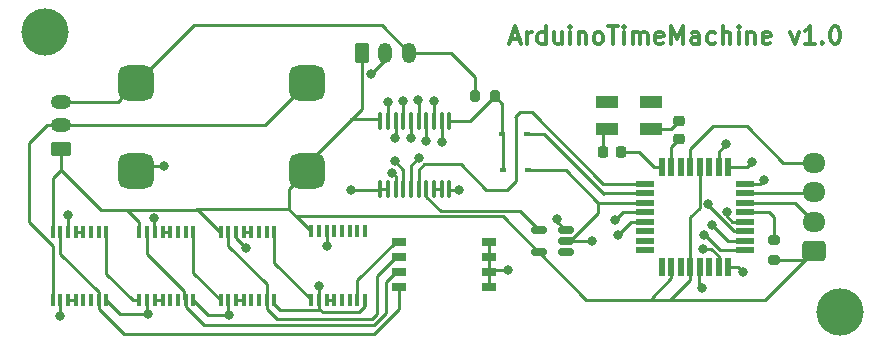
<source format=gbr>
%TF.GenerationSoftware,KiCad,Pcbnew,(6.0.7)*%
%TF.CreationDate,2023-02-23T17:40:15+01:00*%
%TF.ProjectId,freqcount,66726571-636f-4756-9e74-2e6b69636164,rev?*%
%TF.SameCoordinates,PX640f3c0PY67de938*%
%TF.FileFunction,Copper,L1,Top*%
%TF.FilePolarity,Positive*%
%FSLAX46Y46*%
G04 Gerber Fmt 4.6, Leading zero omitted, Abs format (unit mm)*
G04 Created by KiCad (PCBNEW (6.0.7)) date 2023-02-23 17:40:15*
%MOMM*%
%LPD*%
G01*
G04 APERTURE LIST*
G04 Aperture macros list*
%AMRoundRect*
0 Rectangle with rounded corners*
0 $1 Rounding radius*
0 $2 $3 $4 $5 $6 $7 $8 $9 X,Y pos of 4 corners*
0 Add a 4 corners polygon primitive as box body*
4,1,4,$2,$3,$4,$5,$6,$7,$8,$9,$2,$3,0*
0 Add four circle primitives for the rounded corners*
1,1,$1+$1,$2,$3*
1,1,$1+$1,$4,$5*
1,1,$1+$1,$6,$7*
1,1,$1+$1,$8,$9*
0 Add four rect primitives between the rounded corners*
20,1,$1+$1,$2,$3,$4,$5,0*
20,1,$1+$1,$4,$5,$6,$7,0*
20,1,$1+$1,$6,$7,$8,$9,0*
20,1,$1+$1,$8,$9,$2,$3,0*%
G04 Aperture macros list end*
%ADD10C,0.300000*%
%TA.AperFunction,NonConductor*%
%ADD11C,0.300000*%
%TD*%
%TA.AperFunction,SMDPad,CuDef*%
%ADD12RoundRect,0.750000X-0.750000X-0.750000X0.750000X-0.750000X0.750000X0.750000X-0.750000X0.750000X0*%
%TD*%
%TA.AperFunction,SMDPad,CuDef*%
%ADD13R,1.270000X0.760000*%
%TD*%
%TA.AperFunction,ComponentPad*%
%ADD14RoundRect,0.250000X0.725000X-0.600000X0.725000X0.600000X-0.725000X0.600000X-0.725000X-0.600000X0*%
%TD*%
%TA.AperFunction,ComponentPad*%
%ADD15O,1.950000X1.700000*%
%TD*%
%TA.AperFunction,SMDPad,CuDef*%
%ADD16R,1.900000X1.100000*%
%TD*%
%TA.AperFunction,SMDPad,CuDef*%
%ADD17RoundRect,0.150000X0.512500X0.150000X-0.512500X0.150000X-0.512500X-0.150000X0.512500X-0.150000X0*%
%TD*%
%TA.AperFunction,SMDPad,CuDef*%
%ADD18RoundRect,0.100000X0.100000X-0.637500X0.100000X0.637500X-0.100000X0.637500X-0.100000X-0.637500X0*%
%TD*%
%TA.AperFunction,SMDPad,CuDef*%
%ADD19R,0.550000X1.600000*%
%TD*%
%TA.AperFunction,SMDPad,CuDef*%
%ADD20R,1.600000X0.550000*%
%TD*%
%TA.AperFunction,SMDPad,CuDef*%
%ADD21R,0.400000X1.000000*%
%TD*%
%TA.AperFunction,SMDPad,CuDef*%
%ADD22RoundRect,0.200000X-0.275000X0.200000X-0.275000X-0.200000X0.275000X-0.200000X0.275000X0.200000X0*%
%TD*%
%TA.AperFunction,SMDPad,CuDef*%
%ADD23RoundRect,0.200000X0.200000X0.275000X-0.200000X0.275000X-0.200000X-0.275000X0.200000X-0.275000X0*%
%TD*%
%TA.AperFunction,ComponentPad*%
%ADD24RoundRect,0.250000X-0.350000X-0.625000X0.350000X-0.625000X0.350000X0.625000X-0.350000X0.625000X0*%
%TD*%
%TA.AperFunction,ComponentPad*%
%ADD25O,1.200000X1.750000*%
%TD*%
%TA.AperFunction,ComponentPad*%
%ADD26O,1.750000X1.200000*%
%TD*%
%TA.AperFunction,ComponentPad*%
%ADD27RoundRect,0.250000X0.625000X-0.350000X0.625000X0.350000X-0.625000X0.350000X-0.625000X-0.350000X0*%
%TD*%
%TA.AperFunction,SMDPad,CuDef*%
%ADD28R,0.600000X0.450000*%
%TD*%
%TA.AperFunction,SMDPad,CuDef*%
%ADD29RoundRect,0.225000X0.225000X0.250000X-0.225000X0.250000X-0.225000X-0.250000X0.225000X-0.250000X0*%
%TD*%
%TA.AperFunction,SMDPad,CuDef*%
%ADD30RoundRect,0.225000X0.250000X-0.225000X0.250000X0.225000X-0.250000X0.225000X-0.250000X-0.225000X0*%
%TD*%
%TA.AperFunction,ViaPad*%
%ADD31C,4.000000*%
%TD*%
%TA.AperFunction,ViaPad*%
%ADD32C,0.800000*%
%TD*%
%TA.AperFunction,Conductor*%
%ADD33C,0.250000*%
%TD*%
G04 APERTURE END LIST*
D10*
D11*
X43201428Y25800000D02*
X43915714Y25800000D01*
X43058571Y25371429D02*
X43558571Y26871429D01*
X44058571Y25371429D01*
X44558571Y25371429D02*
X44558571Y26371429D01*
X44558571Y26085715D02*
X44630000Y26228572D01*
X44701428Y26300000D01*
X44844285Y26371429D01*
X44987142Y26371429D01*
X46130000Y25371429D02*
X46130000Y26871429D01*
X46130000Y25442858D02*
X45987142Y25371429D01*
X45701428Y25371429D01*
X45558571Y25442858D01*
X45487142Y25514286D01*
X45415714Y25657143D01*
X45415714Y26085715D01*
X45487142Y26228572D01*
X45558571Y26300000D01*
X45701428Y26371429D01*
X45987142Y26371429D01*
X46130000Y26300000D01*
X47487142Y26371429D02*
X47487142Y25371429D01*
X46844285Y26371429D02*
X46844285Y25585715D01*
X46915714Y25442858D01*
X47058571Y25371429D01*
X47272857Y25371429D01*
X47415714Y25442858D01*
X47487142Y25514286D01*
X48201428Y25371429D02*
X48201428Y26371429D01*
X48201428Y26871429D02*
X48130000Y26800000D01*
X48201428Y26728572D01*
X48272857Y26800000D01*
X48201428Y26871429D01*
X48201428Y26728572D01*
X48915714Y26371429D02*
X48915714Y25371429D01*
X48915714Y26228572D02*
X48987142Y26300000D01*
X49130000Y26371429D01*
X49344285Y26371429D01*
X49487142Y26300000D01*
X49558571Y26157143D01*
X49558571Y25371429D01*
X50487142Y25371429D02*
X50344285Y25442858D01*
X50272857Y25514286D01*
X50201428Y25657143D01*
X50201428Y26085715D01*
X50272857Y26228572D01*
X50344285Y26300000D01*
X50487142Y26371429D01*
X50701428Y26371429D01*
X50844285Y26300000D01*
X50915714Y26228572D01*
X50987142Y26085715D01*
X50987142Y25657143D01*
X50915714Y25514286D01*
X50844285Y25442858D01*
X50701428Y25371429D01*
X50487142Y25371429D01*
X51415714Y26871429D02*
X52272857Y26871429D01*
X51844285Y25371429D02*
X51844285Y26871429D01*
X52772857Y25371429D02*
X52772857Y26371429D01*
X52772857Y26871429D02*
X52701428Y26800000D01*
X52772857Y26728572D01*
X52844285Y26800000D01*
X52772857Y26871429D01*
X52772857Y26728572D01*
X53487142Y25371429D02*
X53487142Y26371429D01*
X53487142Y26228572D02*
X53558571Y26300000D01*
X53701428Y26371429D01*
X53915714Y26371429D01*
X54058571Y26300000D01*
X54130000Y26157143D01*
X54130000Y25371429D01*
X54130000Y26157143D02*
X54201428Y26300000D01*
X54344285Y26371429D01*
X54558571Y26371429D01*
X54701428Y26300000D01*
X54772857Y26157143D01*
X54772857Y25371429D01*
X56058571Y25442858D02*
X55915714Y25371429D01*
X55630000Y25371429D01*
X55487142Y25442858D01*
X55415714Y25585715D01*
X55415714Y26157143D01*
X55487142Y26300000D01*
X55630000Y26371429D01*
X55915714Y26371429D01*
X56058571Y26300000D01*
X56130000Y26157143D01*
X56130000Y26014286D01*
X55415714Y25871429D01*
X56772857Y25371429D02*
X56772857Y26871429D01*
X57272857Y25800000D01*
X57772857Y26871429D01*
X57772857Y25371429D01*
X59130000Y25371429D02*
X59130000Y26157143D01*
X59058571Y26300000D01*
X58915714Y26371429D01*
X58630000Y26371429D01*
X58487142Y26300000D01*
X59130000Y25442858D02*
X58987142Y25371429D01*
X58630000Y25371429D01*
X58487142Y25442858D01*
X58415714Y25585715D01*
X58415714Y25728572D01*
X58487142Y25871429D01*
X58630000Y25942858D01*
X58987142Y25942858D01*
X59130000Y26014286D01*
X60487142Y25442858D02*
X60344285Y25371429D01*
X60058571Y25371429D01*
X59915714Y25442858D01*
X59844285Y25514286D01*
X59772857Y25657143D01*
X59772857Y26085715D01*
X59844285Y26228572D01*
X59915714Y26300000D01*
X60058571Y26371429D01*
X60344285Y26371429D01*
X60487142Y26300000D01*
X61130000Y25371429D02*
X61130000Y26871429D01*
X61772857Y25371429D02*
X61772857Y26157143D01*
X61701428Y26300000D01*
X61558571Y26371429D01*
X61344285Y26371429D01*
X61201428Y26300000D01*
X61130000Y26228572D01*
X62487142Y25371429D02*
X62487142Y26371429D01*
X62487142Y26871429D02*
X62415714Y26800000D01*
X62487142Y26728572D01*
X62558571Y26800000D01*
X62487142Y26871429D01*
X62487142Y26728572D01*
X63201428Y26371429D02*
X63201428Y25371429D01*
X63201428Y26228572D02*
X63272857Y26300000D01*
X63415714Y26371429D01*
X63630000Y26371429D01*
X63772857Y26300000D01*
X63844285Y26157143D01*
X63844285Y25371429D01*
X65130000Y25442858D02*
X64987142Y25371429D01*
X64701428Y25371429D01*
X64558571Y25442858D01*
X64487142Y25585715D01*
X64487142Y26157143D01*
X64558571Y26300000D01*
X64701428Y26371429D01*
X64987142Y26371429D01*
X65130000Y26300000D01*
X65201428Y26157143D01*
X65201428Y26014286D01*
X64487142Y25871429D01*
X66844285Y26371429D02*
X67201428Y25371429D01*
X67558571Y26371429D01*
X68915714Y25371429D02*
X68058571Y25371429D01*
X68487142Y25371429D02*
X68487142Y26871429D01*
X68344285Y26657143D01*
X68201428Y26514286D01*
X68058571Y26442858D01*
X69558571Y25514286D02*
X69630000Y25442858D01*
X69558571Y25371429D01*
X69487142Y25442858D01*
X69558571Y25514286D01*
X69558571Y25371429D01*
X70558571Y26871429D02*
X70701428Y26871429D01*
X70844285Y26800000D01*
X70915714Y26728572D01*
X70987142Y26585715D01*
X71058571Y26300000D01*
X71058571Y25942858D01*
X70987142Y25657143D01*
X70915714Y25514286D01*
X70844285Y25442858D01*
X70701428Y25371429D01*
X70558571Y25371429D01*
X70415714Y25442858D01*
X70344285Y25514286D01*
X70272857Y25657143D01*
X70201428Y25942858D01*
X70201428Y26300000D01*
X70272857Y26585715D01*
X70344285Y26728572D01*
X70415714Y26800000D01*
X70558571Y26871429D01*
D12*
%TO.P,QA1,1,GND*%
%TO.N,GND*%
X11470000Y22050000D03*
%TO.P,QA1,2,GND*%
X11470000Y14620000D03*
%TO.P,QA1,3,Out*%
%TO.N,Net-(J1-Pad2)*%
X25910000Y22050000D03*
%TO.P,QA1,4,VCC*%
%TO.N,+5V*%
X25910000Y14620000D03*
%TD*%
D13*
%TO.P,SW1,1*%
%TO.N,Net-(U4-Pad7)*%
X33690000Y8605000D03*
%TO.P,SW1,2*%
%TO.N,Net-(U3-Pad7)*%
X33690000Y7335000D03*
%TO.P,SW1,3*%
%TO.N,Net-(SW1-Pad3)*%
X33690000Y6065000D03*
%TO.P,SW1,4*%
%TO.N,Net-(SW1-Pad4)*%
X33690000Y4795000D03*
%TO.P,SW1,5*%
%TO.N,Net-(U7-Pad2)*%
X41310000Y4795000D03*
%TO.P,SW1,6*%
X41310000Y6065000D03*
%TO.P,SW1,7*%
X41310000Y7335000D03*
%TO.P,SW1,8*%
X41310000Y8605000D03*
%TD*%
D14*
%TO.P,J3,1,Pin_1*%
%TO.N,+5V*%
X68840000Y7820000D03*
D15*
%TO.P,J3,2,Pin_2*%
%TO.N,Net-(U5-Pad30)*%
X68840000Y10320000D03*
%TO.P,J3,3,Pin_3*%
%TO.N,Net-(U5-Pad31)*%
X68840000Y12820000D03*
%TO.P,J3,4,Pin_4*%
%TO.N,GND*%
X68840000Y15320000D03*
%TD*%
D16*
%TO.P,Y1,1,1*%
%TO.N,Net-(C2-Pad2)*%
X51340000Y18170000D03*
%TO.P,Y1,2,2*%
%TO.N,Net-(C1-Pad2)*%
X55040000Y18170000D03*
%TO.P,Y1,3*%
%TO.N,N/C*%
X55040000Y20470000D03*
%TO.P,Y1,4*%
X51340000Y20470000D03*
%TD*%
D17*
%TO.P,U7,1*%
%TO.N,N/C*%
X47827500Y7720000D03*
%TO.P,U7,2*%
%TO.N,Net-(U7-Pad2)*%
X47827500Y8670000D03*
%TO.P,U7,3,GND*%
%TO.N,GND*%
X47827500Y9620000D03*
%TO.P,U7,4*%
%TO.N,Net-(U6-Pad7)*%
X45552500Y9620000D03*
%TO.P,U7,5,VCC*%
%TO.N,+5V*%
X45552500Y7720000D03*
%TD*%
D18*
%TO.P,U6,1,CKLA*%
%TO.N,Net-(J2-Pad2)*%
X32125000Y13127500D03*
%TO.P,U6,2,CLKB*%
X32775000Y13127500D03*
%TO.P,U6,3,~{GAL}*%
%TO.N,GAL*%
X33425000Y13127500D03*
%TO.P,U6,4,~{GAU}*%
%TO.N,GAU*%
X34075000Y13127500D03*
%TO.P,U6,5,~{GBL}*%
%TO.N,GBL*%
X34725000Y13127500D03*
%TO.P,U6,6,~{GBU}*%
%TO.N,GBU*%
X35375000Y13127500D03*
%TO.P,U6,7,RCLK*%
%TO.N,Net-(U6-Pad7)*%
X36025000Y13127500D03*
%TO.P,U6,8,~{RCOA}*%
%TO.N,Net-(U6-Pad8)*%
X36675000Y13127500D03*
%TO.P,U6,9,~{CLKBEN}*%
X37325000Y13127500D03*
%TO.P,U6,10,GND*%
%TO.N,GND*%
X37975000Y13127500D03*
%TO.P,U6,11,~{CCLR}*%
%TO.N,Net-(D1-Pad1)*%
X37975000Y18852500D03*
%TO.P,U6,12,Y7*%
%TO.N,Net-(U6-Pad12)*%
X37325000Y18852500D03*
%TO.P,U6,13,Y6*%
%TO.N,Net-(U6-Pad13)*%
X36675000Y18852500D03*
%TO.P,U6,14,Y5*%
%TO.N,Net-(U6-Pad14)*%
X36025000Y18852500D03*
%TO.P,U6,15,Y4*%
%TO.N,Net-(U6-Pad15)*%
X35375000Y18852500D03*
%TO.P,U6,16,Y3*%
%TO.N,Net-(U6-Pad16)*%
X34725000Y18852500D03*
%TO.P,U6,17,Y2*%
%TO.N,Net-(U6-Pad17)*%
X34075000Y18852500D03*
%TO.P,U6,18,Y1*%
%TO.N,Net-(U6-Pad18)*%
X33425000Y18852500D03*
%TO.P,U6,19,Y0*%
%TO.N,Net-(U6-Pad19)*%
X32775000Y18852500D03*
%TO.P,U6,20,VCC*%
%TO.N,+5V*%
X32125000Y18852500D03*
%TD*%
D19*
%TO.P,U5,1,PD3*%
%TO.N,GAU*%
X61570000Y14970000D03*
%TO.P,U5,2,PD4*%
%TO.N,GBL*%
X60770000Y14970000D03*
%TO.P,U5,3,PE0*%
%TO.N,unconnected-(U5-Pad3)*%
X59970000Y14970000D03*
%TO.P,U5,4,VCC*%
%TO.N,+5V*%
X59170000Y14970000D03*
%TO.P,U5,5,GND*%
%TO.N,GND*%
X58370000Y14970000D03*
%TO.P,U5,6,PE1*%
%TO.N,unconnected-(U5-Pad6)*%
X57570000Y14970000D03*
%TO.P,U5,7,XTAL1/PB6*%
%TO.N,Net-(U5-Pad7)*%
X56770000Y14970000D03*
%TO.P,U5,8,XTAL2/PB7*%
%TO.N,Net-(U5-Pad8)*%
X55970000Y14970000D03*
D20*
%TO.P,U5,9,PD5*%
%TO.N,GBU*%
X54520000Y13520000D03*
%TO.P,U5,10,PD6*%
%TO.N,Net-(D2-Pad2)*%
X54520000Y12720000D03*
%TO.P,U5,11,PD7*%
%TO.N,Net-(U7-Pad2)*%
X54520000Y11920000D03*
%TO.P,U5,12,PB0*%
%TO.N,Net-(U6-Pad13)*%
X54520000Y11120000D03*
%TO.P,U5,13,PB1*%
%TO.N,Net-(U6-Pad12)*%
X54520000Y10320000D03*
%TO.P,U5,14,PB2*%
%TO.N,unconnected-(U5-Pad14)*%
X54520000Y9520000D03*
%TO.P,U5,15,PB3*%
%TO.N,unconnected-(U5-Pad15)*%
X54520000Y8720000D03*
%TO.P,U5,16,PB4*%
%TO.N,unconnected-(U5-Pad16)*%
X54520000Y7920000D03*
D19*
%TO.P,U5,17,PB5*%
%TO.N,unconnected-(U5-Pad17)*%
X55970000Y6470000D03*
%TO.P,U5,18,AVCC*%
%TO.N,+5V*%
X56770000Y6470000D03*
%TO.P,U5,19,PE2*%
%TO.N,unconnected-(U5-Pad19)*%
X57570000Y6470000D03*
%TO.P,U5,20,AREF*%
%TO.N,+5V*%
X58370000Y6470000D03*
%TO.P,U5,21,GND*%
%TO.N,GND*%
X59170000Y6470000D03*
%TO.P,U5,22,PE3*%
%TO.N,unconnected-(U5-Pad22)*%
X59970000Y6470000D03*
%TO.P,U5,23,PC0*%
%TO.N,Net-(U6-Pad19)*%
X60770000Y6470000D03*
%TO.P,U5,24,PC1*%
%TO.N,Net-(U6-Pad18)*%
X61570000Y6470000D03*
D20*
%TO.P,U5,25,PC2*%
%TO.N,Net-(U6-Pad17)*%
X63020000Y7920000D03*
%TO.P,U5,26,PC3*%
%TO.N,Net-(U6-Pad16)*%
X63020000Y8720000D03*
%TO.P,U5,27,PC4*%
%TO.N,Net-(U6-Pad15)*%
X63020000Y9520000D03*
%TO.P,U5,28,PC5*%
%TO.N,Net-(U6-Pad14)*%
X63020000Y10320000D03*
%TO.P,U5,29,~{RESET}/PC6*%
%TO.N,Net-(R2-Pad1)*%
X63020000Y11120000D03*
%TO.P,U5,30,PD0*%
%TO.N,Net-(U5-Pad30)*%
X63020000Y11920000D03*
%TO.P,U5,31,PD1*%
%TO.N,Net-(U5-Pad31)*%
X63020000Y12720000D03*
%TO.P,U5,32,PD2*%
%TO.N,GAL*%
X63020000Y13520000D03*
%TD*%
D21*
%TO.P,U4,16,VCC*%
%TO.N,+5V*%
X26275000Y9500000D03*
%TO.P,U4,15,~{CP0}*%
%TO.N,unconnected-(U4-Pad15)*%
X26925000Y9500000D03*
%TO.P,U4,14,MR*%
%TO.N,GND*%
X27575000Y9500000D03*
%TO.P,U4,13,Q0*%
%TO.N,unconnected-(U4-Pad13)*%
X28225000Y9500000D03*
%TO.P,U4,12,~{CP1}*%
%TO.N,unconnected-(U4-Pad12)*%
X28875000Y9500000D03*
%TO.P,U4,11,Q1*%
%TO.N,unconnected-(U4-Pad11)*%
X29525000Y9500000D03*
%TO.P,U4,10,Q2*%
%TO.N,unconnected-(U4-Pad10)*%
X30175000Y9500000D03*
%TO.P,U4,9,Q3*%
%TO.N,unconnected-(U4-Pad9)*%
X30825000Y9500000D03*
%TO.P,U4,8,GND*%
%TO.N,GND*%
X30825000Y3700000D03*
%TO.P,U4,7,Q3*%
%TO.N,Net-(U4-Pad7)*%
X30175000Y3700000D03*
%TO.P,U4,6,Q2*%
%TO.N,unconnected-(U4-Pad6)*%
X29525000Y3700000D03*
%TO.P,U4,5,Q1*%
%TO.N,unconnected-(U4-Pad5)*%
X28875000Y3700000D03*
%TO.P,U4,4,~{CP1}*%
%TO.N,Net-(U4-Pad3)*%
X28225000Y3700000D03*
%TO.P,U4,3,Q0*%
X27575000Y3700000D03*
%TO.P,U4,2,MR*%
%TO.N,GND*%
X26925000Y3700000D03*
%TO.P,U4,1,~{CP0}*%
%TO.N,Net-(U4-Pad1)*%
X26275000Y3700000D03*
%TD*%
%TO.P,U3,16,VCC*%
%TO.N,+5V*%
X18615000Y9460000D03*
%TO.P,U3,15,~{CP0}*%
%TO.N,Net-(U3-Pad7)*%
X19265000Y9460000D03*
%TO.P,U3,14,MR*%
%TO.N,GND*%
X19915000Y9460000D03*
%TO.P,U3,13,Q0*%
%TO.N,Net-(U3-Pad12)*%
X20565000Y9460000D03*
%TO.P,U3,12,~{CP1}*%
X21215000Y9460000D03*
%TO.P,U3,11,Q1*%
%TO.N,unconnected-(U3-Pad11)*%
X21865000Y9460000D03*
%TO.P,U3,10,Q2*%
%TO.N,unconnected-(U3-Pad10)*%
X22515000Y9460000D03*
%TO.P,U3,9,Q3*%
%TO.N,Net-(U4-Pad1)*%
X23165000Y9460000D03*
%TO.P,U3,8,GND*%
%TO.N,GND*%
X23165000Y3660000D03*
%TO.P,U3,7,Q3*%
%TO.N,Net-(U3-Pad7)*%
X22515000Y3660000D03*
%TO.P,U3,6,Q2*%
%TO.N,unconnected-(U3-Pad6)*%
X21865000Y3660000D03*
%TO.P,U3,5,Q1*%
%TO.N,unconnected-(U3-Pad5)*%
X21215000Y3660000D03*
%TO.P,U3,4,~{CP1}*%
%TO.N,Net-(U3-Pad3)*%
X20565000Y3660000D03*
%TO.P,U3,3,Q0*%
X19915000Y3660000D03*
%TO.P,U3,2,MR*%
%TO.N,GND*%
X19265000Y3660000D03*
%TO.P,U3,1,~{CP0}*%
%TO.N,Net-(U3-Pad1)*%
X18615000Y3660000D03*
%TD*%
%TO.P,U2,16,VCC*%
%TO.N,+5V*%
X11735000Y9450000D03*
%TO.P,U2,15,~{CP0}*%
%TO.N,Net-(SW1-Pad3)*%
X12385000Y9450000D03*
%TO.P,U2,14,MR*%
%TO.N,GND*%
X13035000Y9450000D03*
%TO.P,U2,13,Q0*%
%TO.N,Net-(U2-Pad12)*%
X13685000Y9450000D03*
%TO.P,U2,12,~{CP1}*%
X14335000Y9450000D03*
%TO.P,U2,11,Q1*%
%TO.N,unconnected-(U2-Pad11)*%
X14985000Y9450000D03*
%TO.P,U2,10,Q2*%
%TO.N,unconnected-(U2-Pad10)*%
X15635000Y9450000D03*
%TO.P,U2,9,Q3*%
%TO.N,Net-(U3-Pad1)*%
X16285000Y9450000D03*
%TO.P,U2,8,GND*%
%TO.N,GND*%
X16285000Y3650000D03*
%TO.P,U2,7,Q3*%
%TO.N,Net-(SW1-Pad3)*%
X15635000Y3650000D03*
%TO.P,U2,6,Q2*%
%TO.N,unconnected-(U2-Pad6)*%
X14985000Y3650000D03*
%TO.P,U2,5,Q1*%
%TO.N,unconnected-(U2-Pad5)*%
X14335000Y3650000D03*
%TO.P,U2,4,~{CP1}*%
%TO.N,Net-(U2-Pad3)*%
X13685000Y3650000D03*
%TO.P,U2,3,Q0*%
X13035000Y3650000D03*
%TO.P,U2,2,MR*%
%TO.N,GND*%
X12385000Y3650000D03*
%TO.P,U2,1,~{CP0}*%
%TO.N,Net-(U2-Pad1)*%
X11735000Y3650000D03*
%TD*%
%TO.P,U1,16,VCC*%
%TO.N,+5V*%
X4385000Y9470000D03*
%TO.P,U1,15,~{CP0}*%
%TO.N,Net-(SW1-Pad4)*%
X5035000Y9470000D03*
%TO.P,U1,14,MR*%
%TO.N,GND*%
X5685000Y9470000D03*
%TO.P,U1,13,Q0*%
%TO.N,Net-(U1-Pad12)*%
X6335000Y9470000D03*
%TO.P,U1,12,~{CP1}*%
X6985000Y9470000D03*
%TO.P,U1,11,Q1*%
%TO.N,unconnected-(U1-Pad11)*%
X7635000Y9470000D03*
%TO.P,U1,10,Q2*%
%TO.N,unconnected-(U1-Pad10)*%
X8285000Y9470000D03*
%TO.P,U1,9,Q3*%
%TO.N,Net-(U2-Pad1)*%
X8935000Y9470000D03*
%TO.P,U1,8,GND*%
%TO.N,GND*%
X8935000Y3670000D03*
%TO.P,U1,7,Q3*%
%TO.N,Net-(SW1-Pad4)*%
X8285000Y3670000D03*
%TO.P,U1,6,Q2*%
%TO.N,unconnected-(U1-Pad6)*%
X7635000Y3670000D03*
%TO.P,U1,5,Q1*%
%TO.N,unconnected-(U1-Pad5)*%
X6985000Y3670000D03*
%TO.P,U1,4,~{CP1}*%
%TO.N,Net-(U1-Pad3)*%
X6335000Y3670000D03*
%TO.P,U1,3,Q0*%
X5685000Y3670000D03*
%TO.P,U1,2,MR*%
%TO.N,GND*%
X5035000Y3670000D03*
%TO.P,U1,1,~{CP0}*%
%TO.N,Net-(J1-Pad2)*%
X4385000Y3670000D03*
%TD*%
D22*
%TO.P,R2,1*%
%TO.N,Net-(R2-Pad1)*%
X65460000Y8740000D03*
%TO.P,R2,2*%
%TO.N,+5V*%
X65460000Y7090000D03*
%TD*%
D23*
%TO.P,R1,1*%
%TO.N,Net-(D1-Pad1)*%
X41830000Y20930000D03*
%TO.P,R1,2*%
%TO.N,GND*%
X40180000Y20930000D03*
%TD*%
D24*
%TO.P,J2,1,Pin_1*%
%TO.N,+5V*%
X30540000Y24630000D03*
D25*
%TO.P,J2,2,Pin_2*%
%TO.N,Net-(J2-Pad2)*%
X32540000Y24630000D03*
%TO.P,J2,3,Pin_3*%
%TO.N,GND*%
X34540000Y24630000D03*
%TD*%
D26*
%TO.P,J1,3,Pin_3*%
%TO.N,GND*%
X5070000Y20480000D03*
%TO.P,J1,2,Pin_2*%
%TO.N,Net-(J1-Pad2)*%
X5070000Y18480000D03*
D27*
%TO.P,J1,1,Pin_1*%
%TO.N,+5V*%
X5070000Y16480000D03*
%TD*%
D28*
%TO.P,D2,1,K*%
%TO.N,Net-(D1-Pad1)*%
X42440000Y17760000D03*
%TO.P,D2,2,A*%
%TO.N,Net-(D2-Pad2)*%
X44540000Y17760000D03*
%TD*%
%TO.P,D1,1,K*%
%TO.N,Net-(D1-Pad1)*%
X42490000Y14690000D03*
%TO.P,D1,2,A*%
%TO.N,Net-(U7-Pad2)*%
X44590000Y14690000D03*
%TD*%
D29*
%TO.P,C2,1*%
%TO.N,Net-(U5-Pad8)*%
X52535000Y16220000D03*
%TO.P,C2,2*%
%TO.N,Net-(C2-Pad2)*%
X50985000Y16220000D03*
%TD*%
D30*
%TO.P,C1,1*%
%TO.N,Net-(U5-Pad7)*%
X57420000Y17320000D03*
%TO.P,C1,2*%
%TO.N,Net-(C1-Pad2)*%
X57420000Y18870000D03*
%TD*%
D31*
%TO.N,*%
X3710000Y26390000D03*
X71060000Y2660000D03*
D32*
%TO.N,GND*%
X13790000Y15050000D03*
X59370000Y4730000D03*
X47120000Y10510000D03*
X38760000Y12970000D03*
X20750000Y8080000D03*
X27600000Y8290000D03*
X26950000Y4860000D03*
X19280000Y2420000D03*
X13000000Y10610000D03*
X12480000Y2510000D03*
X4990000Y2340000D03*
X5710000Y10920000D03*
%TO.N,Net-(U6-Pad17)*%
X59520000Y9210000D03*
%TO.N,Net-(U6-Pad16)*%
X60220000Y10030000D03*
%TO.N,Net-(U6-Pad15)*%
X59894500Y11840000D03*
%TO.N,Net-(U6-Pad14)*%
X61484101Y11154101D03*
%TO.N,Net-(U6-Pad12)*%
X52260000Y9230000D03*
%TO.N,Net-(U6-Pad13)*%
X52000000Y10460000D03*
%TO.N,GBL*%
X61410000Y16890000D03*
%TO.N,GAU*%
X63590000Y15360000D03*
%TO.N,GAL*%
X64595000Y13825000D03*
%TO.N,Net-(U6-Pad19)*%
X59450000Y8040000D03*
%TO.N,Net-(U6-Pad18)*%
X62830000Y6040000D03*
%TO.N,GAU*%
X33354282Y15458404D03*
%TO.N,GBL*%
X35385451Y15739951D03*
%TO.N,GAL*%
X33150000Y14480000D03*
%TO.N,Net-(U6-Pad12)*%
X37330000Y17080000D03*
%TO.N,Net-(U6-Pad13)*%
X36640000Y20580000D03*
%TO.N,Net-(U6-Pad14)*%
X36030000Y17160000D03*
%TO.N,Net-(U6-Pad15)*%
X35350000Y20630000D03*
%TO.N,Net-(U6-Pad16)*%
X34740000Y17410000D03*
%TO.N,Net-(U6-Pad17)*%
X34070000Y20510000D03*
%TO.N,Net-(U6-Pad18)*%
X33410000Y17410000D03*
%TO.N,Net-(U6-Pad19)*%
X32760000Y20420000D03*
%TO.N,Net-(U7-Pad2)*%
X50090000Y8700000D03*
X42970000Y6200000D03*
%TO.N,Net-(J2-Pad2)*%
X31350000Y22790000D03*
X29660000Y12990000D03*
%TD*%
D33*
%TO.N,Net-(J1-Pad2)*%
X22340000Y18480000D02*
X25910000Y22050000D01*
X5070000Y18480000D02*
X22340000Y18480000D01*
%TO.N,+5V*%
X24370000Y13080000D02*
X25910000Y14620000D01*
X24370000Y11390000D02*
X24370000Y13080000D01*
%TO.N,Net-(C2-Pad2)*%
X50985000Y17815000D02*
X51340000Y18170000D01*
X50985000Y16220000D02*
X50985000Y17815000D01*
%TO.N,Net-(U5-Pad8)*%
X55270000Y14970000D02*
X55970000Y14970000D01*
X54020000Y16220000D02*
X55270000Y14970000D01*
X52535000Y16220000D02*
X54020000Y16220000D01*
%TO.N,GBU*%
X35375000Y14685000D02*
X35375000Y13127500D01*
X35855500Y15165500D02*
X35375000Y14685000D01*
X38964500Y15165500D02*
X35855500Y15165500D01*
X41090000Y13040000D02*
X38964500Y15165500D01*
X43570000Y19200000D02*
X43600000Y19170000D01*
X42860000Y13040000D02*
X41090000Y13040000D01*
X43950000Y19580000D02*
X43570000Y19200000D01*
X44930000Y19580000D02*
X43950000Y19580000D01*
X43600000Y19170000D02*
X43600000Y13780000D01*
X50990000Y13520000D02*
X44930000Y19580000D01*
X54520000Y13520000D02*
X50990000Y13520000D01*
X43600000Y13780000D02*
X42860000Y13040000D01*
%TO.N,Net-(U4-Pad1)*%
X26275000Y3740000D02*
X23165000Y6850000D01*
X26275000Y3700000D02*
X26275000Y3740000D01*
%TO.N,+5V*%
X49560000Y3712500D02*
X45552500Y7720000D01*
X49560000Y3710000D02*
X49560000Y3712500D01*
%TO.N,GND*%
X38080000Y24630000D02*
X40180000Y22530000D01*
X34540000Y24630000D02*
X38080000Y24630000D01*
X13790000Y15050000D02*
X12120000Y15050000D01*
X5685000Y10895000D02*
X5710000Y10920000D01*
X5685000Y9470000D02*
X5685000Y10895000D01*
X5035000Y2385000D02*
X4990000Y2340000D01*
X5035000Y3670000D02*
X5035000Y2385000D01*
X8935000Y3670000D02*
X10095000Y2510000D01*
X10095000Y2510000D02*
X12480000Y2510000D01*
%TO.N,Net-(U2-Pad1)*%
X11170000Y3650000D02*
X11735000Y3650000D01*
X8935000Y5885000D02*
X11170000Y3650000D01*
%TO.N,Net-(U2-Pad3)*%
X13035000Y3650000D02*
X13685000Y3650000D01*
%TO.N,GND*%
X12385000Y2605000D02*
X12480000Y2510000D01*
X12385000Y3650000D02*
X12385000Y2605000D01*
X13000000Y9485000D02*
X13035000Y9450000D01*
X13000000Y10610000D02*
X13000000Y9485000D01*
X20750000Y8080000D02*
X19915000Y8915000D01*
X19915000Y8915000D02*
X19915000Y9460000D01*
X17515000Y2420000D02*
X19280000Y2420000D01*
X16285000Y3650000D02*
X17515000Y2420000D01*
X19265000Y2435000D02*
X19280000Y2420000D01*
X19265000Y3660000D02*
X19265000Y2435000D01*
X26850000Y2875000D02*
X26925000Y2950000D01*
X23650000Y2875000D02*
X26850000Y2875000D01*
X23165000Y3360000D02*
X23650000Y2875000D01*
X23165000Y3660000D02*
X23165000Y3360000D01*
X30310000Y2640000D02*
X30830000Y3160000D01*
X27235000Y2640000D02*
X30310000Y2640000D01*
X26925000Y2950000D02*
X27235000Y2640000D01*
X26925000Y3700000D02*
X26925000Y2950000D01*
X26950000Y3725000D02*
X26925000Y3700000D01*
X26950000Y4860000D02*
X26950000Y3725000D01*
X27600000Y8290000D02*
X27600000Y9475000D01*
X27600000Y9475000D02*
X27575000Y9500000D01*
X38132500Y12970000D02*
X37975000Y13127500D01*
X38760000Y12970000D02*
X38132500Y12970000D01*
X47120000Y10327500D02*
X47827500Y9620000D01*
X47120000Y10510000D02*
X47120000Y10327500D01*
X59120000Y6420000D02*
X59170000Y6470000D01*
X59370000Y4730000D02*
X59120000Y4980000D01*
X59120000Y4980000D02*
X59120000Y6420000D01*
%TO.N,+5V*%
X58370000Y6470000D02*
X58370000Y5420000D01*
X58370000Y5420000D02*
X56660000Y3710000D01*
X56660000Y3710000D02*
X56600000Y3710000D01*
X56600000Y3710000D02*
X55110000Y3710000D01*
X64730000Y3710000D02*
X56600000Y3710000D01*
X56770000Y6470000D02*
X56770000Y5545000D01*
X55110000Y3885000D02*
X55110000Y3710000D01*
X55110000Y3710000D02*
X49560000Y3710000D01*
X56770000Y5545000D02*
X55110000Y3885000D01*
X68840000Y7820000D02*
X64730000Y3710000D01*
%TO.N,GND*%
X66240000Y15320000D02*
X68840000Y15320000D01*
X63130000Y18430000D02*
X66240000Y15320000D01*
X58370000Y16470000D02*
X60330000Y18430000D01*
X60330000Y18430000D02*
X63130000Y18430000D01*
X58370000Y14970000D02*
X58370000Y16470000D01*
%TO.N,Net-(U3-Pad1)*%
X16285000Y5990000D02*
X18615000Y3660000D01*
X16285000Y9450000D02*
X16285000Y5990000D01*
%TO.N,+5V*%
X25005000Y10770000D02*
X26275000Y9500000D01*
X24990000Y10770000D02*
X25005000Y10770000D01*
X18530000Y9460000D02*
X16600000Y11390000D01*
X18615000Y9460000D02*
X18530000Y9460000D01*
%TO.N,Net-(SW1-Pad4)*%
X10445000Y810000D02*
X8285000Y2970000D01*
X33690000Y2910000D02*
X31590000Y810000D01*
X8285000Y2970000D02*
X8285000Y3670000D01*
X33690000Y4795000D02*
X33690000Y2910000D01*
X31590000Y810000D02*
X10445000Y810000D01*
%TO.N,Net-(SW1-Pad3)*%
X31586396Y1570000D02*
X17190000Y1570000D01*
X32590000Y2573604D02*
X31586396Y1570000D01*
X17190000Y1570000D02*
X15635000Y3125000D01*
X32590000Y5220000D02*
X32590000Y2573604D01*
X15635000Y3125000D02*
X15635000Y3650000D01*
X33690000Y6065000D02*
X33435000Y6065000D01*
X33435000Y6065000D02*
X32590000Y5220000D01*
%TO.N,Net-(U3-Pad7)*%
X23365000Y2060000D02*
X22515000Y2910000D01*
X31850000Y2470000D02*
X31440000Y2060000D01*
X31440000Y2060000D02*
X23365000Y2060000D01*
X31850000Y5750000D02*
X31850000Y2470000D01*
X22515000Y2910000D02*
X22515000Y3660000D01*
X33435000Y7335000D02*
X31850000Y5750000D01*
X33690000Y7335000D02*
X33435000Y7335000D01*
%TO.N,Net-(U4-Pad7)*%
X30175000Y5345000D02*
X30175000Y3700000D01*
X33435000Y8605000D02*
X30175000Y5345000D01*
X33690000Y8605000D02*
X33435000Y8605000D01*
%TO.N,Net-(D1-Pad1)*%
X39752500Y18852500D02*
X41830000Y20930000D01*
X37975000Y18852500D02*
X39752500Y18852500D01*
%TO.N,GND*%
X40180000Y20930000D02*
X40180000Y22530000D01*
%TO.N,Net-(D1-Pad1)*%
X42440000Y20320000D02*
X41830000Y20930000D01*
X42440000Y17760000D02*
X42440000Y20320000D01*
X42490000Y17710000D02*
X42440000Y17760000D01*
X42490000Y14690000D02*
X42490000Y17710000D01*
%TO.N,Net-(U7-Pad2)*%
X41445000Y6200000D02*
X41310000Y6065000D01*
X42970000Y6200000D02*
X41445000Y6200000D01*
X41310000Y8605000D02*
X41310000Y5785000D01*
X41310000Y4795000D02*
X41310000Y8605000D01*
%TO.N,+5V*%
X42502500Y10770000D02*
X33730000Y10770000D01*
X45595000Y7677500D02*
X42502500Y10770000D01*
%TO.N,Net-(U4-Pad1)*%
X23165000Y9460000D02*
X23165000Y6850000D01*
%TO.N,Net-(U4-Pad3)*%
X28225000Y3700000D02*
X27575000Y3700000D01*
%TO.N,Net-(U2-Pad12)*%
X13685000Y9450000D02*
X14335000Y9450000D01*
%TO.N,Net-(SW1-Pad3)*%
X15510000Y3775000D02*
X15635000Y3650000D01*
X15510000Y4475000D02*
X15510000Y3775000D01*
X12385000Y7600000D02*
X15510000Y4475000D01*
X12385000Y9450000D02*
X12385000Y7600000D01*
%TO.N,+5V*%
X11735000Y10325000D02*
X10710000Y11350000D01*
X11735000Y9450000D02*
X11735000Y10325000D01*
X8440000Y11350000D02*
X10710000Y11350000D01*
X10710000Y11350000D02*
X16560000Y11350000D01*
%TO.N,Net-(U2-Pad1)*%
X8935000Y9470000D02*
X8935000Y5885000D01*
%TO.N,+5V*%
X4385000Y9470000D02*
X4385000Y14035000D01*
X4385000Y14035000D02*
X5070000Y14720000D01*
X5070000Y14720000D02*
X8440000Y11350000D01*
%TO.N,Net-(J1-Pad2)*%
X4385000Y8260000D02*
X4385000Y3670000D01*
X2340000Y10305000D02*
X4385000Y8260000D01*
X2340000Y16950000D02*
X2340000Y10305000D01*
X5070000Y18480000D02*
X3870000Y18480000D01*
%TO.N,Net-(U1-Pad12)*%
X6335000Y9470000D02*
X6985000Y9470000D01*
%TO.N,Net-(SW1-Pad4)*%
X5035000Y7620000D02*
X8285000Y4370000D01*
%TO.N,Net-(U1-Pad3)*%
X6335000Y3670000D02*
X5685000Y3670000D01*
%TO.N,Net-(SW1-Pad4)*%
X5035000Y9470000D02*
X5035000Y7620000D01*
X8285000Y4370000D02*
X8285000Y3670000D01*
%TO.N,Net-(J1-Pad2)*%
X3870000Y18480000D02*
X2340000Y16950000D01*
%TO.N,GAU*%
X34075000Y14737686D02*
X34075000Y13127500D01*
X33354282Y15458404D02*
X34075000Y14737686D01*
%TO.N,GBL*%
X35385451Y15739951D02*
X34725000Y15079500D01*
X34725000Y15079500D02*
X34725000Y13127500D01*
%TO.N,Net-(U6-Pad14)*%
X61484101Y10765899D02*
X61930000Y10320000D01*
X61930000Y10320000D02*
X63020000Y10320000D01*
X61484101Y11154101D02*
X61484101Y10765899D01*
%TO.N,Net-(U6-Pad15)*%
X59894500Y11719104D02*
X62093604Y9520000D01*
X62093604Y9520000D02*
X63020000Y9520000D01*
X59894500Y11840000D02*
X59894500Y11719104D01*
%TO.N,Net-(J2-Pad2)*%
X31350000Y22790000D02*
X32540000Y23980000D01*
X32540000Y23980000D02*
X32540000Y24630000D01*
%TO.N,Net-(U6-Pad17)*%
X60881396Y7920000D02*
X59591396Y9210000D01*
X63020000Y7920000D02*
X60881396Y7920000D01*
X59591396Y9210000D02*
X59520000Y9210000D01*
%TO.N,Net-(U6-Pad19)*%
X60770000Y7395000D02*
X60770000Y6470000D01*
X60125000Y8040000D02*
X60770000Y7395000D01*
X59450000Y8040000D02*
X60125000Y8040000D01*
%TO.N,Net-(U6-Pad16)*%
X61530000Y8720000D02*
X60220000Y10030000D01*
X63020000Y8720000D02*
X61530000Y8720000D01*
%TO.N,Net-(U5-Pad7)*%
X56770000Y16670000D02*
X56770000Y14970000D01*
X57420000Y17320000D02*
X56770000Y16670000D01*
%TO.N,Net-(C1-Pad2)*%
X56720000Y18170000D02*
X57420000Y18870000D01*
X55040000Y18170000D02*
X56720000Y18170000D01*
%TO.N,Net-(U6-Pad18)*%
X62400000Y6470000D02*
X62830000Y6040000D01*
X61570000Y6470000D02*
X62400000Y6470000D01*
%TO.N,GBL*%
X60770000Y16250000D02*
X61410000Y16890000D01*
X60770000Y14970000D02*
X60770000Y16250000D01*
%TO.N,GAU*%
X63200000Y14970000D02*
X63590000Y15360000D01*
X61570000Y14970000D02*
X63200000Y14970000D01*
%TO.N,GAL*%
X64290000Y13520000D02*
X64595000Y13825000D01*
X63020000Y13520000D02*
X64290000Y13520000D01*
%TO.N,+5V*%
X58370000Y10720000D02*
X58370000Y6470000D01*
X59170000Y11520000D02*
X58370000Y10720000D01*
X59170000Y14970000D02*
X59170000Y11520000D01*
X68110000Y7090000D02*
X68840000Y7820000D01*
X65460000Y7090000D02*
X68110000Y7090000D01*
%TO.N,Net-(R2-Pad1)*%
X65460000Y10680000D02*
X65460000Y8740000D01*
X65020000Y11120000D02*
X65460000Y10680000D01*
X63020000Y11120000D02*
X65020000Y11120000D01*
%TO.N,Net-(U5-Pad30)*%
X63020000Y11920000D02*
X67240000Y11920000D01*
X67240000Y11920000D02*
X68840000Y10320000D01*
%TO.N,Net-(U5-Pad31)*%
X68740000Y12720000D02*
X68840000Y12820000D01*
X63020000Y12720000D02*
X68740000Y12720000D01*
%TO.N,Net-(U6-Pad12)*%
X53350000Y10320000D02*
X52260000Y9230000D01*
X54520000Y10320000D02*
X53350000Y10320000D01*
%TO.N,Net-(U6-Pad13)*%
X52660000Y11120000D02*
X52000000Y10460000D01*
X54520000Y11120000D02*
X52660000Y11120000D01*
%TO.N,Net-(U6-Pad8)*%
X36675000Y13127500D02*
X37325000Y13127500D01*
%TO.N,Net-(U6-Pad7)*%
X43952500Y11220000D02*
X45552500Y9620000D01*
X37243959Y11220000D02*
X43952500Y11220000D01*
X36025000Y12438959D02*
X37243959Y11220000D01*
X36025000Y13127500D02*
X36025000Y12438959D01*
%TO.N,+5V*%
X24370000Y11390000D02*
X24410000Y11350000D01*
X16600000Y11390000D02*
X24370000Y11390000D01*
X16560000Y11350000D02*
X16600000Y11390000D01*
X33730000Y10770000D02*
X24990000Y10770000D01*
X24990000Y10770000D02*
X24410000Y11350000D01*
%TO.N,GAL*%
X33425000Y14205000D02*
X33150000Y14480000D01*
X33425000Y13127500D02*
X33425000Y14205000D01*
%TO.N,Net-(U6-Pad12)*%
X37325000Y17085000D02*
X37325000Y18852500D01*
X37330000Y17080000D02*
X37325000Y17085000D01*
%TO.N,Net-(U6-Pad14)*%
X36025000Y17165000D02*
X36025000Y18852500D01*
X36030000Y17160000D02*
X36025000Y17165000D01*
%TO.N,Net-(U6-Pad13)*%
X36640000Y20580000D02*
X36675000Y20545000D01*
X36675000Y20545000D02*
X36675000Y18852500D01*
%TO.N,Net-(U6-Pad15)*%
X35375000Y20605000D02*
X35350000Y20630000D01*
X35375000Y18852500D02*
X35375000Y20605000D01*
%TO.N,Net-(U6-Pad17)*%
X34075000Y20505000D02*
X34070000Y20510000D01*
X34075000Y18852500D02*
X34075000Y20505000D01*
%TO.N,Net-(U6-Pad18)*%
X33425000Y17425000D02*
X33410000Y17410000D01*
X33425000Y18852500D02*
X33425000Y17425000D01*
%TO.N,Net-(U6-Pad19)*%
X32775000Y20405000D02*
X32775000Y18852500D01*
X32760000Y20420000D02*
X32775000Y20405000D01*
%TO.N,Net-(U6-Pad16)*%
X34725000Y17425000D02*
X34740000Y17410000D01*
X34725000Y18852500D02*
X34725000Y17425000D01*
%TO.N,Net-(U7-Pad2)*%
X50060000Y8670000D02*
X50090000Y8700000D01*
X47827500Y8670000D02*
X50060000Y8670000D01*
X48211751Y8670000D02*
X50580000Y11038249D01*
X47827500Y8670000D02*
X48211751Y8670000D01*
X50580000Y11038249D02*
X50580000Y11920000D01*
X50580000Y11920000D02*
X54520000Y11920000D01*
X47810000Y14690000D02*
X50580000Y11920000D01*
X44590000Y14690000D02*
X47810000Y14690000D01*
%TO.N,Net-(D2-Pad2)*%
X51100000Y12720000D02*
X54520000Y12720000D01*
X45960000Y17760000D02*
X51050000Y12670000D01*
X44490000Y17760000D02*
X45960000Y17760000D01*
X51050000Y12670000D02*
X51100000Y12720000D01*
%TO.N,Net-(J2-Pad2)*%
X29660000Y12990000D02*
X31987500Y12990000D01*
X31987500Y12990000D02*
X32125000Y13127500D01*
X32775000Y13127500D02*
X32125000Y13127500D01*
%TO.N,GND*%
X16360000Y26940000D02*
X11470000Y22050000D01*
X32230000Y26940000D02*
X16360000Y26940000D01*
X34540000Y24630000D02*
X32230000Y26940000D01*
%TO.N,+5V*%
X30540000Y19840000D02*
X29335000Y18635000D01*
X30540000Y24630000D02*
X30540000Y19840000D01*
X29335000Y18635000D02*
X29680000Y18980000D01*
X26400000Y15700000D02*
X29335000Y18635000D01*
%TO.N,Net-(U3-Pad3)*%
X20565000Y3660000D02*
X19915000Y3660000D01*
%TO.N,+5V*%
X5070000Y16480000D02*
X5070000Y14720000D01*
%TO.N,GND*%
X9900000Y20480000D02*
X11470000Y22050000D01*
X5070000Y20480000D02*
X9900000Y20480000D01*
%TO.N,Net-(U3-Pad12)*%
X20565000Y9460000D02*
X21215000Y9460000D01*
%TO.N,Net-(U3-Pad7)*%
X22515000Y5045000D02*
X22515000Y3660000D01*
X19265000Y9460000D02*
X19265000Y8295000D01*
X19265000Y8295000D02*
X22515000Y5045000D01*
%TO.N,+5V*%
X31997500Y18980000D02*
X32125000Y18852500D01*
X29680000Y18980000D02*
X31997500Y18980000D01*
%TD*%
M02*

</source>
